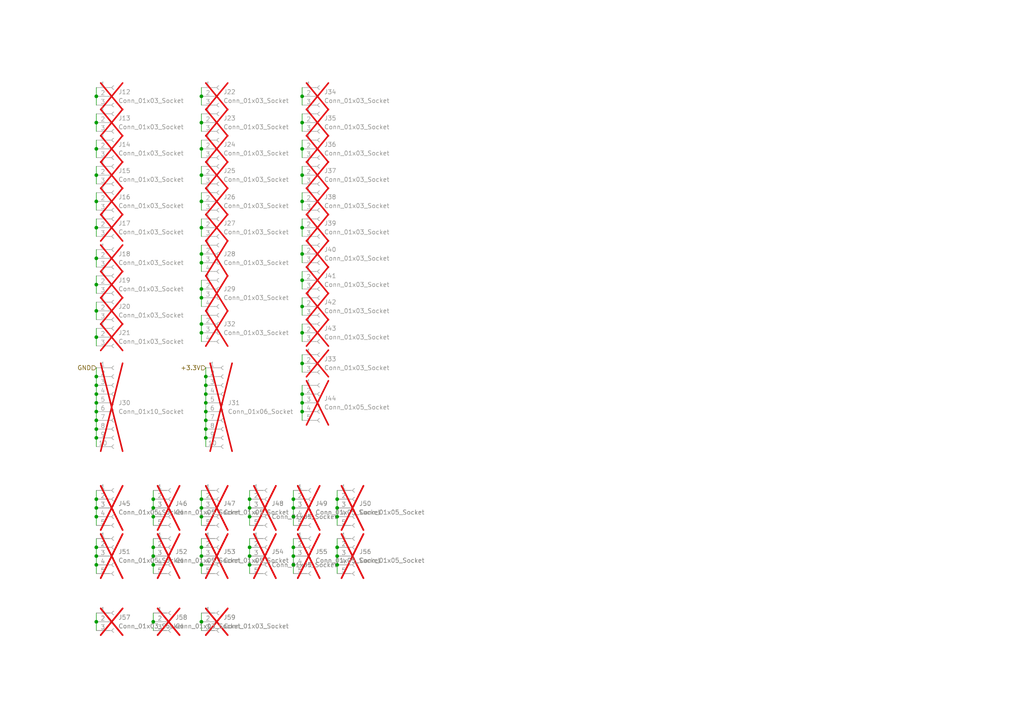
<source format=kicad_sch>
(kicad_sch (version 20231120) (generator "eeschema") (generator_version "8.0")
  (paper "A4")
  (lib_symbols
    (symbol "Connector:Conn_01x03_Socket" (pin_names (offset 1.016) hide)
      (property "Reference" "J" (at 0 5.08 0))
      (property "Value" "Conn_01x03_Socket" (at 0 -5.08 0))
      (symbol "Conn_01x03_Socket_1_1"
        (arc (start 0 -2.032) (mid -0.5058 -2.54) (end 0 -3.048) (stroke (width 0.1524)))
        (polyline (pts (xy -1.27 -2.54) (xy -0.508 -2.54)) (stroke (width 0.1524)))
        (polyline (pts (xy -1.27 0) (xy -0.508 0)) (stroke (width 0.1524)))
        (polyline (pts (xy -1.27 2.54) (xy -0.508 2.54)) (stroke (width 0.1524)))
        (arc (start 0 0.508) (mid -0.5058 0) (end 0 -0.508) (stroke (width 0.1524)))
        (arc (start 0 3.048) (mid -0.5058 2.54) (end 0 2.032) (stroke (width 0.1524)))
        (pin passive line (at -5.08 2.54 0) (length 3.81) (name "Pin_1") (number "1"))
        (pin passive line (at -5.08 0 0) (length 3.81) (name "Pin_2") (number "2"))
        (pin passive line (at -5.08 -2.54 0) (length 3.81) (name "Pin_3") (number "3"))
      )
    )
    (symbol "Connector:Conn_01x04_Socket" (pin_names (offset 1.016) hide)
      (property "Reference" "J" (at 0 5.08 0))
      (property "Value" "Conn_01x04_Socket" (at 0 -7.62 0))
      (symbol "Conn_01x04_Socket_1_1"
        (arc (start 0 -4.572) (mid -0.5058 -5.08) (end 0 -5.588) (stroke (width 0.1524)))
        (arc (start 0 -2.032) (mid -0.5058 -2.54) (end 0 -3.048) (stroke (width 0.1524)))
        (polyline (pts (xy -1.27 -5.08) (xy -0.508 -5.08)) (stroke (width 0.1524)))
        (polyline (pts (xy -1.27 -2.54) (xy -0.508 -2.54)) (stroke (width 0.1524)))
        (polyline (pts (xy -1.27 0) (xy -0.508 0)) (stroke (width 0.1524)))
        (polyline (pts (xy -1.27 2.54) (xy -0.508 2.54)) (stroke (width 0.1524)))
        (arc (start 0 0.508) (mid -0.5058 0) (end 0 -0.508) (stroke (width 0.1524)))
        (arc (start 0 3.048) (mid -0.5058 2.54) (end 0 2.032) (stroke (width 0.1524)))
        (pin passive line (at -5.08 2.54 0) (length 3.81) (name "Pin_1") (number "1"))
        (pin passive line (at -5.08 0 0) (length 3.81) (name "Pin_2") (number "2"))
        (pin passive line (at -5.08 -2.54 0) (length 3.81) (name "Pin_3") (number "3"))
        (pin passive line (at -5.08 -5.08 0) (length 3.81) (name "Pin_4") (number "4"))
      )
    )
    (symbol "Connector:Conn_01x05_Socket" (pin_names (offset 1.016) hide)
      (property "Reference" "J" (at 0 7.62 0))
      (property "Value" "Conn_01x05_Socket" (at 0 -7.62 0))
      (symbol "Conn_01x05_Socket_1_1"
        (arc (start 0 -4.572) (mid -0.5058 -5.08) (end 0 -5.588) (stroke (width 0.1524)))
        (arc (start 0 -2.032) (mid -0.5058 -2.54) (end 0 -3.048) (stroke (width 0.1524)))
        (polyline (pts (xy -1.27 -5.08) (xy -0.508 -5.08)) (stroke (width 0.1524)))
        (polyline (pts (xy -1.27 -2.54) (xy -0.508 -2.54)) (stroke (width 0.1524)))
        (polyline (pts (xy -1.27 0) (xy -0.508 0)) (stroke (width 0.1524)))
        (polyline (pts (xy -1.27 2.54) (xy -0.508 2.54)) (stroke (width 0.1524)))
        (polyline (pts (xy -1.27 5.08) (xy -0.508 5.08)) (stroke (width 0.1524)))
        (arc (start 0 0.508) (mid -0.5058 0) (end 0 -0.508) (stroke (width 0.1524)))
        (arc (start 0 3.048) (mid -0.5058 2.54) (end 0 2.032) (stroke (width 0.1524)))
        (arc (start 0 5.588) (mid -0.5058 5.08) (end 0 4.572) (stroke (width 0.1524)))
        (pin passive line (at -5.08 5.08 0) (length 3.81) (name "Pin_1") (number "1"))
        (pin passive line (at -5.08 2.54 0) (length 3.81) (name "Pin_2") (number "2"))
        (pin passive line (at -5.08 0 0) (length 3.81) (name "Pin_3") (number "3"))
        (pin passive line (at -5.08 -2.54 0) (length 3.81) (name "Pin_4") (number "4"))
        (pin passive line (at -5.08 -5.08 0) (length 3.81) (name "Pin_5") (number "5"))
      )
    )
    (symbol "Connector:Conn_01x10_Socket" (pin_names (offset 1.016) hide)
      (property "Reference" "J" (at 0 12.7 0))
      (property "Value" "Conn_01x10_Socket" (at 0 -15.24 0))
      (symbol "Conn_01x10_Socket_1_1"
        (arc (start 0 -12.192) (mid -0.5058 -12.7) (end 0 -13.208) (stroke (width 0.1524)))
        (arc (start 0 -9.652) (mid -0.5058 -10.16) (end 0 -10.668) (stroke (width 0.1524)))
        (arc (start 0 -7.112) (mid -0.5058 -7.62) (end 0 -8.128) (stroke (width 0.1524)))
        (arc (start 0 -4.572) (mid -0.5058 -5.08) (end 0 -5.588) (stroke (width 0.1524)))
        (arc (start 0 -2.032) (mid -0.5058 -2.54) (end 0 -3.048) (stroke (width 0.1524)))
        (polyline (pts (xy -1.27 -12.7) (xy -0.508 -12.7)) (stroke (width 0.1524)))
        (polyline (pts (xy -1.27 -10.16) (xy -0.508 -10.16)) (stroke (width 0.1524)))
        (polyline (pts (xy -1.27 -7.62) (xy -0.508 -7.62)) (stroke (width 0.1524)))
        (polyline (pts (xy -1.27 -5.08) (xy -0.508 -5.08)) (stroke (width 0.1524)))
        (polyline (pts (xy -1.27 -2.54) (xy -0.508 -2.54)) (stroke (width 0.1524)))
        (polyline (pts (xy -1.27 0) (xy -0.508 0)) (stroke (width 0.1524)))
        (polyline (pts (xy -1.27 2.54) (xy -0.508 2.54)) (stroke (width 0.1524)))
        (polyline (pts (xy -1.27 5.08) (xy -0.508 5.08)) (stroke (width 0.1524)))
        (polyline (pts (xy -1.27 7.62) (xy -0.508 7.62)) (stroke (width 0.1524)))
        (polyline (pts (xy -1.27 10.16) (xy -0.508 10.16)) (stroke (width 0.1524)))
        (arc (start 0 0.508) (mid -0.5058 0) (end 0 -0.508) (stroke (width 0.1524)))
        (arc (start 0 3.048) (mid -0.5058 2.54) (end 0 2.032) (stroke (width 0.1524)))
        (arc (start 0 5.588) (mid -0.5058 5.08) (end 0 4.572) (stroke (width 0.1524)))
        (arc (start 0 8.128) (mid -0.5058 7.62) (end 0 7.112) (stroke (width 0.1524)))
        (arc (start 0 10.668) (mid -0.5058 10.16) (end 0 9.652) (stroke (width 0.1524)))
        (pin passive line (at -5.08 10.16 0) (length 3.81) (name "Pin_1") (number "1"))
        (pin passive line (at -5.08 -12.7 0) (length 3.81) (name "Pin_10") (number "10"))
        (pin passive line (at -5.08 7.62 0) (length 3.81) (name "Pin_2") (number "2"))
        (pin passive line (at -5.08 5.08 0) (length 3.81) (name "Pin_3") (number "3"))
        (pin passive line (at -5.08 2.54 0) (length 3.81) (name "Pin_4") (number "4"))
        (pin passive line (at -5.08 0 0) (length 3.81) (name "Pin_5") (number "5"))
        (pin passive line (at -5.08 -2.54 0) (length 3.81) (name "Pin_6") (number "6"))
        (pin passive line (at -5.08 -5.08 0) (length 3.81) (name "Pin_7") (number "7"))
        (pin passive line (at -5.08 -7.62 0) (length 3.81) (name "Pin_8") (number "8"))
        (pin passive line (at -5.08 -10.16 0) (length 3.81) (name "Pin_9") (number "9"))
      )
    )
  )
  (junction (at 44.45 163.83))
  (junction (at 27.94 27.94))
  (junction (at 58.42 158.75))
  (junction (at 27.94 161.29))
  (junction (at 59.69 114.3))
  (junction (at 27.94 66.04))
  (junction (at 58.42 147.32))
  (junction (at 72.39 144.78))
  (junction (at 87.63 88.9))
  (junction (at 44.45 149.86))
  (junction (at 27.94 144.78))
  (junction (at 72.39 158.75))
  (junction (at 27.94 124.46))
  (junction (at 87.63 114.3))
  (junction (at 87.63 58.42))
  (junction (at 27.94 43.18))
  (junction (at 97.79 158.75))
  (junction (at 85.09 144.78))
  (junction (at 27.94 147.32))
  (junction (at 59.69 121.92))
  (junction (at 27.94 111.76))
  (junction (at 97.79 161.29))
  (junction (at 27.94 180.34))
  (junction (at 85.09 163.83))
  (junction (at 44.45 158.75))
  (junction (at 59.69 127))
  (junction (at 87.63 119.38))
  (junction (at 27.94 35.56))
  (junction (at 27.94 82.55))
  (junction (at 58.42 43.18))
  (junction (at 27.94 90.17))
  (junction (at 58.42 163.83))
  (junction (at 44.45 144.78))
  (junction (at 58.42 93.98))
  (junction (at 85.09 147.32))
  (junction (at 27.94 127))
  (junction (at 97.79 144.78))
  (junction (at 58.42 161.29))
  (junction (at 58.42 50.8))
  (junction (at 97.79 163.83))
  (junction (at 27.94 163.83))
  (junction (at 27.94 119.38))
  (junction (at 72.39 163.83))
  (junction (at 87.63 66.04))
  (junction (at 87.63 27.94))
  (junction (at 85.09 158.75))
  (junction (at 87.63 116.84))
  (junction (at 58.42 27.94))
  (junction (at 72.39 149.86))
  (junction (at 72.39 147.32))
  (junction (at 58.42 73.66))
  (junction (at 27.94 50.8))
  (junction (at 27.94 121.92))
  (junction (at 85.09 161.29))
  (junction (at 58.42 58.42))
  (junction (at 59.69 116.84))
  (junction (at 72.39 161.29))
  (junction (at 58.42 83.82))
  (junction (at 59.69 124.46))
  (junction (at 58.42 180.34))
  (junction (at 59.69 119.38))
  (junction (at 97.79 147.32))
  (junction (at 44.45 161.29))
  (junction (at 85.09 149.86))
  (junction (at 58.42 96.52))
  (junction (at 58.42 149.86))
  (junction (at 27.94 116.84))
  (junction (at 87.63 96.52))
  (junction (at 27.94 114.3))
  (junction (at 27.94 149.86))
  (junction (at 58.42 86.36))
  (junction (at 58.42 76.2))
  (junction (at 27.94 97.79))
  (junction (at 87.63 105.41))
  (junction (at 27.94 158.75))
  (junction (at 87.63 50.8))
  (junction (at 97.79 149.86))
  (junction (at 58.42 66.04))
  (junction (at 59.69 109.22))
  (junction (at 27.94 58.42))
  (junction (at 59.69 111.76))
  (junction (at 87.63 35.56))
  (junction (at 27.94 74.93))
  (junction (at 87.63 43.18))
  (junction (at 87.63 81.28))
  (junction (at 58.42 35.56))
  (junction (at 44.45 180.34))
  (junction (at 58.42 144.78))
  (junction (at 27.94 109.22))
  (junction (at 44.45 147.32))
  (junction (at 87.63 73.66))
  (wire (pts (xy 58.42 177.8) (xy 58.42 180.34)))
  (wire (pts (xy 27.94 121.92) (xy 27.94 119.38)))
  (wire (pts (xy 58.42 180.34) (xy 58.42 182.88)))
  (wire (pts (xy 27.94 163.83) (xy 27.94 166.37)))
  (wire (pts (xy 27.94 156.21) (xy 27.94 158.75)))
  (wire (pts (xy 44.45 149.86) (xy 44.45 152.4)))
  (wire (pts (xy 58.42 35.56) (xy 58.42 38.1)))
  (wire (pts (xy 58.42 78.74) (xy 58.42 76.2)))
  (wire (pts (xy 27.94 35.56) (xy 27.94 38.1)))
  (wire (pts (xy 27.94 25.4) (xy 27.94 27.94)))
  (wire (pts (xy 58.42 163.83) (xy 58.42 166.37)))
  (wire (pts (xy 27.94 144.78) (xy 27.94 147.32)))
  (wire (pts (xy 87.63 66.04) (xy 87.63 68.58)))
  (wire (pts (xy 87.63 78.74) (xy 87.63 81.28)))
  (wire (pts (xy 44.45 142.24) (xy 44.45 144.78)))
  (wire (pts (xy 27.94 55.88) (xy 27.94 58.42)))
  (wire (pts (xy 87.63 119.38) (xy 87.63 116.84)))
  (wire (pts (xy 87.63 96.52) (xy 87.63 99.06)))
  (wire (pts (xy 59.69 111.76) (xy 59.69 114.3)))
  (wire (pts (xy 85.09 156.21) (xy 85.09 158.75)))
  (wire (pts (xy 97.79 142.24) (xy 97.79 144.78)))
  (wire (pts (xy 27.94 74.93) (xy 27.94 77.47)))
  (wire (pts (xy 72.39 144.78) (xy 72.39 147.32)))
  (wire (pts (xy 27.94 58.42) (xy 27.94 60.96)))
  (wire (pts (xy 87.63 88.9) (xy 87.63 91.44)))
  (wire (pts (xy 27.94 80.01) (xy 27.94 82.55)))
  (wire (pts (xy 27.94 111.76) (xy 27.94 114.3)))
  (wire (pts (xy 27.94 50.8) (xy 27.94 53.34)))
  (wire (pts (xy 27.94 158.75) (xy 27.94 161.29)))
  (wire (pts (xy 87.63 33.02) (xy 87.63 35.56)))
  (wire (pts (xy 87.63 25.4) (xy 87.63 27.94)))
  (wire (pts (xy 27.94 87.63) (xy 27.94 90.17)))
  (wire (pts (xy 44.45 163.83) (xy 44.45 166.37)))
  (wire (pts (xy 58.42 58.42) (xy 58.42 60.96)))
  (wire (pts (xy 58.42 96.52) (xy 58.42 99.06)))
  (wire (pts (xy 58.42 76.2) (xy 58.42 73.66)))
  (wire (pts (xy 87.63 43.18) (xy 87.63 45.72)))
  (wire (pts (xy 87.63 48.26) (xy 87.63 50.8)))
  (wire (pts (xy 27.94 147.32) (xy 27.94 149.86)))
  (wire (pts (xy 27.94 27.94) (xy 27.94 30.48)))
  (wire (pts (xy 58.42 50.8) (xy 58.42 53.34)))
  (wire (pts (xy 27.94 43.18) (xy 27.94 45.72)))
  (wire (pts (xy 72.39 158.75) (xy 72.39 161.29)))
  (wire (pts (xy 72.39 163.83) (xy 72.39 166.37)))
  (wire (pts (xy 85.09 163.83) (xy 85.09 166.37)))
  (wire (pts (xy 87.63 111.76) (xy 87.63 114.3)))
  (wire (pts (xy 58.42 27.94) (xy 58.42 30.48)))
  (wire (pts (xy 58.42 86.36) (xy 58.42 83.82)))
  (wire (pts (xy 59.69 121.92) (xy 59.69 119.38)))
  (wire (pts (xy 87.63 102.87) (xy 87.63 105.41)))
  (wire (pts (xy 87.63 58.42) (xy 87.63 60.96)))
  (wire (pts (xy 27.94 48.26) (xy 27.94 50.8)))
  (wire (pts (xy 85.09 161.29) (xy 85.09 163.83)))
  (wire (pts (xy 27.94 40.64) (xy 27.94 43.18)))
  (wire (pts (xy 27.94 124.46) (xy 27.94 121.92)))
  (wire (pts (xy 58.42 156.21) (xy 58.42 158.75)))
  (wire (pts (xy 59.69 114.3) (xy 59.69 116.84)))
  (wire (pts (xy 59.69 124.46) (xy 59.69 121.92)))
  (wire (pts (xy 85.09 147.32) (xy 85.09 149.86)))
  (wire (pts (xy 87.63 116.84) (xy 87.63 114.3)))
  (wire (pts (xy 97.79 156.21) (xy 97.79 158.75)))
  (wire (pts (xy 72.39 142.24) (xy 72.39 144.78)))
  (wire (pts (xy 58.42 43.18) (xy 58.42 45.72)))
  (wire (pts (xy 27.94 114.3) (xy 27.94 116.84)))
  (wire (pts (xy 59.69 127) (xy 59.69 124.46)))
  (wire (pts (xy 87.63 63.5) (xy 87.63 66.04)))
  (wire (pts (xy 58.42 161.29) (xy 58.42 163.83)))
  (wire (pts (xy 58.42 88.9) (xy 58.42 86.36)))
  (wire (pts (xy 58.42 40.64) (xy 58.42 43.18)))
  (wire (pts (xy 58.42 81.28) (xy 58.42 83.82)))
  (wire (pts (xy 58.42 158.75) (xy 58.42 161.29)))
  (wire (pts (xy 85.09 144.78) (xy 85.09 147.32)))
  (wire (pts (xy 97.79 158.75) (xy 97.79 161.29)))
  (wire (pts (xy 87.63 81.28) (xy 87.63 83.82)))
  (wire (pts (xy 72.39 149.86) (xy 72.39 152.4)))
  (wire (pts (xy 44.45 144.78) (xy 44.45 147.32)))
  (wire (pts (xy 27.94 177.8) (xy 27.94 180.34)))
  (wire (pts (xy 44.45 147.32) (xy 44.45 149.86)))
  (wire (pts (xy 27.94 119.38) (xy 27.94 116.84)))
  (wire (pts (xy 58.42 25.4) (xy 58.42 27.94)))
  (wire (pts (xy 27.94 161.29) (xy 27.94 163.83)))
  (wire (pts (xy 44.45 161.29) (xy 44.45 163.83)))
  (wire (pts (xy 87.63 86.36) (xy 87.63 88.9)))
  (wire (pts (xy 97.79 149.86) (xy 97.79 152.4)))
  (wire (pts (xy 44.45 158.75) (xy 44.45 161.29)))
  (wire (pts (xy 87.63 71.12) (xy 87.63 73.66)))
  (wire (pts (xy 87.63 73.66) (xy 87.63 76.2)))
  (wire (pts (xy 58.42 147.32) (xy 58.42 149.86)))
  (wire (pts (xy 58.42 142.24) (xy 58.42 144.78)))
  (wire (pts (xy 27.94 109.22) (xy 27.94 111.76)))
  (wire (pts (xy 87.63 93.98) (xy 87.63 96.52)))
  (wire (pts (xy 59.69 127) (xy 59.69 129.54)))
  (wire (pts (xy 58.42 91.44) (xy 58.42 93.98)))
  (wire (pts (xy 59.69 106.68) (xy 59.69 109.22)))
  (wire (pts (xy 27.94 33.02) (xy 27.94 35.56)))
  (wire (pts (xy 44.45 177.8) (xy 44.45 180.34)))
  (wire (pts (xy 87.63 50.8) (xy 87.63 53.34)))
  (wire (pts (xy 27.94 95.25) (xy 27.94 97.79)))
  (wire (pts (xy 72.39 161.29) (xy 72.39 163.83)))
  (wire (pts (xy 87.63 119.38) (xy 87.63 121.92)))
  (wire (pts (xy 72.39 147.32) (xy 72.39 149.86)))
  (wire (pts (xy 27.94 106.68) (xy 27.94 109.22)))
  (wire (pts (xy 97.79 161.29) (xy 97.79 163.83)))
  (wire (pts (xy 85.09 142.24) (xy 85.09 144.78)))
  (wire (pts (xy 44.45 180.34) (xy 44.45 182.88)))
  (wire (pts (xy 97.79 144.78) (xy 97.79 147.32)))
  (wire (pts (xy 97.79 163.83) (xy 97.79 166.37)))
  (wire (pts (xy 27.94 129.54) (xy 27.94 127)))
  (wire (pts (xy 58.42 55.88) (xy 58.42 58.42)))
  (wire (pts (xy 59.69 109.22) (xy 59.69 111.76)))
  (wire (pts (xy 44.45 156.21) (xy 44.45 158.75)))
  (wire (pts (xy 87.63 105.41) (xy 87.63 107.95)))
  (wire (pts (xy 27.94 142.24) (xy 27.94 144.78)))
  (wire (pts (xy 87.63 27.94) (xy 87.63 30.48)))
  (wire (pts (xy 58.42 71.12) (xy 58.42 73.66)))
  (wire (pts (xy 85.09 158.75) (xy 85.09 161.29)))
  (wire (pts (xy 87.63 35.56) (xy 87.63 38.1)))
  (wire (pts (xy 58.42 66.04) (xy 58.42 68.58)))
  (wire (pts (xy 27.94 66.04) (xy 27.94 68.58)))
  (wire (pts (xy 27.94 72.39) (xy 27.94 74.93)))
  (wire (pts (xy 27.94 63.5) (xy 27.94 66.04)))
  (wire (pts (xy 87.63 40.64) (xy 87.63 43.18)))
  (wire (pts (xy 97.79 147.32) (xy 97.79 149.86)))
  (wire (pts (xy 87.63 55.88) (xy 87.63 58.42)))
  (wire (pts (xy 27.94 149.86) (xy 27.94 152.4)))
  (wire (pts (xy 58.42 33.02) (xy 58.42 35.56)))
  (wire (pts (xy 58.42 96.52) (xy 58.42 93.98)))
  (wire (pts (xy 58.42 149.86) (xy 58.42 152.4)))
  (wire (pts (xy 27.94 90.17) (xy 27.94 92.71)))
  (wire (pts (xy 27.94 82.55) (xy 27.94 85.09)))
  (wire (pts (xy 72.39 156.21) (xy 72.39 158.75)))
  (wire (pts (xy 27.94 97.79) (xy 27.94 100.33)))
  (wire (pts (xy 58.42 48.26) (xy 58.42 50.8)))
  (wire (pts (xy 85.09 149.86) (xy 85.09 152.4)))
  (wire (pts (xy 27.94 127) (xy 27.94 124.46)))
  (wire (pts (xy 58.42 63.5) (xy 58.42 66.04)))
  (wire (pts (xy 58.42 144.78) (xy 58.42 147.32)))
  (wire (pts (xy 27.94 180.34) (xy 27.94 182.88)))
  (wire (pts (xy 59.69 119.38) (xy 59.69 116.84)))
  (hierarchical_label "+3.3V" (shape input) (at 59.69 106.68 180))
  (hierarchical_label "GND" (shape input) (at 27.94 106.68 180))
  (symbol (lib_id "Connector:Conn_01x03_Socket") (at 33.02 180.34 0) (unit 1) (dnp yes)
    (property "Reference" "J57" (at 34.29 179.0699 0) (effects (justify left)))
    (property "Value" "Conn_01x03_Socket" (at 34.29 181.6099 0) (effects (justify left)))
    (property "Footprint" "Connector_PinSocket_2.54mm:PinSocket_1x03_P2.54mm_Vertical" (effects (hide yes)))
    (property "Description" "Generic connector, single row, 01x03, script generated" (effects (hide yes)))
  )
  (symbol (lib_id "Connector:Conn_01x03_Socket") (at 33.02 82.55 0) (unit 1) (dnp yes)
    (property "Reference" "J19" (at 34.29 81.2799 0) (effects (justify left)))
    (property "Value" "Conn_01x03_Socket" (at 34.29 83.8199 0) (effects (justify left)))
    (property "Footprint" "Connector_PinSocket_2.54mm:PinSocket_1x03_P2.54mm_Vertical" (effects (hide yes)))
    (property "Description" "Generic connector, single row, 01x03, script generated" (effects (hide yes)))
  )
  (symbol (lib_id "Connector:Conn_01x03_Socket") (at 33.02 66.04 0) (unit 1) (dnp yes)
    (property "Reference" "J17" (at 34.29 64.7699 0) (effects (justify left)))
    (property "Value" "Conn_01x03_Socket" (at 34.29 67.3099 0) (effects (justify left)))
    (property "Footprint" "Connector_PinSocket_2.54mm:PinSocket_1x03_P2.54mm_Vertical" (effects (hide yes)))
    (property "Description" "Generic connector, single row, 01x03, script generated" (effects (hide yes)))
  )
  (symbol (lib_id "Connector:Conn_01x03_Socket") (at 63.5 35.56 0) (unit 1) (dnp yes)
    (property "Reference" "J23" (at 64.77 34.2899 0) (effects (justify left)))
    (property "Value" "Conn_01x03_Socket" (at 64.77 36.8299 0) (effects (justify left)))
    (property "Footprint" "Connector_PinSocket_2.54mm:PinSocket_1x03_P2.54mm_Vertical" (effects (hide yes)))
    (property "Description" "Generic connector, single row, 01x03, script generated" (effects (hide yes)))
  )
  (symbol (lib_id "Connector:Conn_01x05_Socket") (at 90.17 161.29 0) (unit 1) (dnp yes)
    (property "Reference" "J55" (at 91.44 160.0199 0) (effects (justify left)))
    (property "Value" "Conn_01x05_Socket" (at 91.44 162.5599 0) (effects (justify left)))
    (property "Footprint" "Connector_PinSocket_2.54mm:PinSocket_1x05_P2.54mm_Vertical" (effects (hide yes)))
    (property "Description" "Generic connector, single row, 01x05, script generated" (effects (hide yes)))
  )
  (symbol (lib_id "Connector:Conn_01x03_Socket") (at 33.02 35.56 0) (unit 1) (dnp yes)
    (property "Reference" "J13" (at 34.29 34.2899 0) (effects (justify left)))
    (property "Value" "Conn_01x03_Socket" (at 34.29 36.8299 0) (effects (justify left)))
    (property "Footprint" "Connector_PinSocket_2.54mm:PinSocket_1x03_P2.54mm_Vertical" (effects (hide yes)))
    (property "Description" "Generic connector, single row, 01x03, script generated" (effects (hide yes)))
  )
  (symbol (lib_id "Connector:Conn_01x03_Socket") (at 63.5 43.18 0) (unit 1) (dnp yes)
    (property "Reference" "J24" (at 64.77 41.9099 0) (effects (justify left)))
    (property "Value" "Conn_01x03_Socket" (at 64.77 44.4499 0) (effects (justify left)))
    (property "Footprint" "Connector_PinSocket_2.54mm:PinSocket_1x03_P2.54mm_Vertical" (effects (hide yes)))
    (property "Description" "Generic connector, single row, 01x03, script generated" (effects (hide yes)))
  )
  (symbol (lib_id "Connector:Conn_01x05_Socket") (at 90.17 147.32 0) (unit 1) (dnp yes)
    (property "Reference" "J49" (at 91.44 146.0499 0) (effects (justify left)))
    (property "Value" "Conn_01x05_Socket" (at 91.44 148.5899 0) (effects (justify left)))
    (property "Footprint" "Connector_PinSocket_2.54mm:PinSocket_1x05_P2.54mm_Vertical" (effects (hide yes)))
    (property "Description" "Generic connector, single row, 01x05, script generated" (effects (hide yes)))
  )
  (symbol (lib_id "Connector:Conn_01x03_Socket") (at 33.02 90.17 0) (unit 1) (dnp yes)
    (property "Reference" "J20" (at 34.29 88.8999 0) (effects (justify left)))
    (property "Value" "Conn_01x03_Socket" (at 34.29 91.4399 0) (effects (justify left)))
    (property "Footprint" "Connector_PinSocket_2.54mm:PinSocket_1x03_P2.54mm_Vertical" (effects (hide yes)))
    (property "Description" "Generic connector, single row, 01x03, script generated" (effects (hide yes)))
  )
  (symbol (lib_id "Connector:Conn_01x03_Socket") (at 92.71 66.04 0) (unit 1) (dnp yes)
    (property "Reference" "J39" (at 93.98 64.7699 0) (effects (justify left)))
    (property "Value" "Conn_01x03_Socket" (at 93.98 67.3099 0) (effects (justify left)))
    (property "Footprint" "Connector_PinSocket_2.54mm:PinSocket_1x03_P2.54mm_Vertical" (effects (hide yes)))
    (property "Description" "Generic connector, single row, 01x03, script generated" (effects (hide yes)))
  )
  (symbol (lib_id "Connector:Conn_01x03_Socket") (at 63.5 66.04 0) (unit 1) (dnp yes)
    (property "Reference" "J27" (at 64.77 64.7699 0) (effects (justify left)))
    (property "Value" "Conn_01x03_Socket" (at 64.77 67.3099 0) (effects (justify left)))
    (property "Footprint" "Connector_PinSocket_2.54mm:PinSocket_1x03_P2.54mm_Vertical" (effects (hide yes)))
    (property "Description" "Generic connector, single row, 01x03, script generated" (effects (hide yes)))
  )
  (symbol (lib_id "Connector:Conn_01x03_Socket") (at 92.71 105.41 0) (unit 1) (dnp yes)
    (property "Reference" "J33" (at 93.98 104.1399 0) (effects (justify left)))
    (property "Value" "Conn_01x03_Socket" (at 93.98 106.6799 0) (effects (justify left)))
    (property "Footprint" "Connector_PinSocket_2.54mm:PinSocket_1x03_P2.54mm_Vertical" (effects (hide yes)))
    (property "Description" "Generic connector, single row, 01x03, script generated" (effects (hide yes)))
  )
  (symbol (lib_id "Connector:Conn_01x10_Socket") (at 64.77 116.84 0) (unit 1) (dnp yes)
    (property "Reference" "J31" (at 66.04 116.8399 0) (effects (justify left)))
    (property "Value" "Conn_01x06_Socket" (at 66.04 119.3799 0) (effects (justify left)))
    (property "Footprint" "Connector_PinSocket_2.54mm:PinSocket_1x10_P2.54mm_Vertical" (effects (hide yes)))
    (property "Description" "Generic connector, single row, 01x10, script generated" (effects (hide yes)))
  )
  (symbol (lib_id "Connector:Conn_01x03_Socket") (at 92.71 96.52 0) (unit 1) (dnp yes)
    (property "Reference" "J43" (at 93.98 95.2499 0) (effects (justify left)))
    (property "Value" "Conn_01x03_Socket" (at 93.98 97.7899 0) (effects (justify left)))
    (property "Footprint" "Connector_PinSocket_2.54mm:PinSocket_1x03_P2.54mm_Vertical" (effects (hide yes)))
    (property "Description" "Generic connector, single row, 01x03, script generated" (effects (hide yes)))
  )
  (symbol (lib_id "Connector:Conn_01x03_Socket") (at 92.71 27.94 0) (unit 1) (dnp yes)
    (property "Reference" "J34" (at 93.98 26.6699 0) (effects (justify left)))
    (property "Value" "Conn_01x03_Socket" (at 93.98 29.2099 0) (effects (justify left)))
    (property "Footprint" "Connector_PinSocket_2.54mm:PinSocket_1x03_P2.54mm_Vertical" (effects (hide yes)))
    (property "Description" "Generic connector, single row, 01x03, script generated" (effects (hide yes)))
  )
  (symbol (lib_id "Connector:Conn_01x03_Socket") (at 63.5 58.42 0) (unit 1) (dnp yes)
    (property "Reference" "J26" (at 64.77 57.1499 0) (effects (justify left)))
    (property "Value" "Conn_01x03_Socket" (at 64.77 59.6899 0) (effects (justify left)))
    (property "Footprint" "Connector_PinSocket_2.54mm:PinSocket_1x03_P2.54mm_Vertical" (effects (hide yes)))
    (property "Description" "Generic connector, single row, 01x03, script generated" (effects (hide yes)))
  )
  (symbol (lib_id "Connector:Conn_01x03_Socket") (at 63.5 50.8 0) (unit 1) (dnp yes)
    (property "Reference" "J25" (at 64.77 49.5299 0) (effects (justify left)))
    (property "Value" "Conn_01x03_Socket" (at 64.77 52.0699 0) (effects (justify left)))
    (property "Footprint" "Connector_PinSocket_2.54mm:PinSocket_1x03_P2.54mm_Vertical" (effects (hide yes)))
    (property "Description" "Generic connector, single row, 01x03, script generated" (effects (hide yes)))
  )
  (symbol (lib_id "Connector:Conn_01x05_Socket") (at 63.5 147.32 0) (unit 1) (dnp yes)
    (property "Reference" "J47" (at 64.77 146.0499 0) (effects (justify left)))
    (property "Value" "Conn_01x05_Socket" (at 64.77 148.5899 0) (effects (justify left)))
    (property "Footprint" "Connector_PinSocket_2.54mm:PinSocket_1x05_P2.54mm_Vertical" (effects (hide yes)))
    (property "Description" "Generic connector, single row, 01x05, script generated" (effects (hide yes)))
  )
  (symbol (lib_id "Connector:Conn_01x04_Socket") (at 63.5 73.66 0) (unit 1) (dnp yes)
    (property "Reference" "J28" (at 64.77 73.6599 0) (effects (justify left)))
    (property "Value" "Conn_01x03_Socket" (at 64.77 76.1999 0) (effects (justify left)))
    (property "Footprint" "Connector_PinSocket_2.54mm:PinSocket_1x04_P2.54mm_Vertical" (effects (hide yes)))
    (property "Description" "Generic connector, single row, 01x04, script generated" (effects (hide yes)))
  )
  (symbol (lib_id "Connector:Conn_01x03_Socket") (at 92.71 43.18 0) (unit 1) (dnp yes)
    (property "Reference" "J36" (at 93.98 41.9099 0) (effects (justify left)))
    (property "Value" "Conn_01x03_Socket" (at 93.98 44.4499 0) (effects (justify left)))
    (property "Footprint" "Connector_PinSocket_2.54mm:PinSocket_1x03_P2.54mm_Vertical" (effects (hide yes)))
    (property "Description" "Generic connector, single row, 01x03, script generated" (effects (hide yes)))
  )
  (symbol (lib_id "Connector:Conn_01x05_Socket") (at 49.53 161.29 0) (unit 1) (dnp yes)
    (property "Reference" "J52" (at 50.8 160.0199 0) (effects (justify left)))
    (property "Value" "Conn_01x05_Socket" (at 50.8 162.5599 0) (effects (justify left)))
    (property "Footprint" "Connector_PinSocket_2.54mm:PinSocket_1x05_P2.54mm_Vertical" (effects (hide yes)))
    (property "Description" "Generic connector, single row, 01x05, script generated" (effects (hide yes)))
  )
  (symbol (lib_id "Connector:Conn_01x05_Socket") (at 102.87 161.29 0) (unit 1) (dnp yes)
    (property "Reference" "J56" (at 104.14 160.0199 0) (effects (justify left)))
    (property "Value" "Conn_01x05_Socket" (at 104.14 162.5599 0) (effects (justify left)))
    (property "Footprint" "Connector_PinSocket_2.54mm:PinSocket_1x05_P2.54mm_Vertical" (effects (hide yes)))
    (property "Description" "Generic connector, single row, 01x05, script generated" (effects (hide yes)))
  )
  (symbol (lib_id "Connector:Conn_01x05_Socket") (at 33.02 161.29 0) (unit 1) (dnp yes)
    (property "Reference" "J51" (at 34.29 160.0199 0) (effects (justify left)))
    (property "Value" "Conn_01x05_Socket" (at 34.29 162.5599 0) (effects (justify left)))
    (property "Footprint" "Connector_PinSocket_2.54mm:PinSocket_1x05_P2.54mm_Vertical" (effects (hide yes)))
    (property "Description" "Generic connector, single row, 01x05, script generated" (effects (hide yes)))
  )
  (symbol (lib_id "Connector:Conn_01x05_Socket") (at 102.87 147.32 0) (unit 1) (dnp yes)
    (property "Reference" "J50" (at 104.14 146.0499 0) (effects (justify left)))
    (property "Value" "Conn_01x05_Socket" (at 104.14 148.5899 0) (effects (justify left)))
    (property "Footprint" "Connector_PinSocket_2.54mm:PinSocket_1x05_P2.54mm_Vertical" (effects (hide yes)))
    (property "Description" "Generic connector, single row, 01x05, script generated" (effects (hide yes)))
  )
  (symbol (lib_id "Connector:Conn_01x03_Socket") (at 63.5 27.94 0) (unit 1) (dnp yes)
    (property "Reference" "J22" (at 64.77 26.6699 0) (effects (justify left)))
    (property "Value" "Conn_01x03_Socket" (at 64.77 29.2099 0) (effects (justify left)))
    (property "Footprint" "Connector_PinSocket_2.54mm:PinSocket_1x03_P2.54mm_Vertical" (effects (hide yes)))
    (property "Description" "Generic connector, single row, 01x03, script generated" (effects (hide yes)))
  )
  (symbol (lib_id "Connector:Conn_01x03_Socket") (at 49.53 180.34 0) (unit 1) (dnp yes)
    (property "Reference" "J58" (at 50.8 179.0699 0) (effects (justify left)))
    (property "Value" "Conn_01x03_Socket" (at 50.8 181.6099 0) (effects (justify left)))
    (property "Footprint" "Connector_PinSocket_2.54mm:PinSocket_1x03_P2.54mm_Vertical" (effects (hide yes)))
    (property "Description" "Generic connector, single row, 01x03, script generated" (effects (hide yes)))
  )
  (symbol (lib_id "Connector:Conn_01x03_Socket") (at 33.02 97.79 0) (unit 1) (dnp yes)
    (property "Reference" "J21" (at 34.29 96.5199 0) (effects (justify left)))
    (property "Value" "Conn_01x03_Socket" (at 34.29 99.0599 0) (effects (justify left)))
    (property "Footprint" "Connector_PinSocket_2.54mm:PinSocket_1x03_P2.54mm_Vertical" (effects (hide yes)))
    (property "Description" "Generic connector, single row, 01x03, script generated" (effects (hide yes)))
  )
  (symbol (lib_id "Connector:Conn_01x03_Socket") (at 33.02 43.18 0) (unit 1) (dnp yes)
    (property "Reference" "J14" (at 34.29 41.9099 0) (effects (justify left)))
    (property "Value" "Conn_01x03_Socket" (at 34.29 44.4499 0) (effects (justify left)))
    (property "Footprint" "Connector_PinSocket_2.54mm:PinSocket_1x03_P2.54mm_Vertical" (effects (hide yes)))
    (property "Description" "Generic connector, single row, 01x03, script generated" (effects (hide yes)))
  )
  (symbol (lib_id "Connector:Conn_01x03_Socket") (at 33.02 58.42 0) (unit 1) (dnp yes)
    (property "Reference" "J16" (at 34.29 57.1499 0) (effects (justify left)))
    (property "Value" "Conn_01x03_Socket" (at 34.29 59.6899 0) (effects (justify left)))
    (property "Footprint" "Connector_PinSocket_2.54mm:PinSocket_1x03_P2.54mm_Vertical" (effects (hide yes)))
    (property "Description" "Generic connector, single row, 01x03, script generated" (effects (hide yes)))
  )
  (symbol (lib_id "Connector:Conn_01x05_Socket") (at 92.71 116.84 0) (unit 1) (dnp yes)
    (property "Reference" "J44" (at 93.98 115.5699 0) (effects (justify left)))
    (property "Value" "Conn_01x05_Socket" (at 93.98 118.1099 0) (effects (justify left)))
    (property "Footprint" "Connector_PinSocket_2.54mm:PinSocket_1x05_P2.54mm_Vertical" (effects (hide yes)))
    (property "Description" "Generic connector, single row, 01x05, script generated" (effects (hide yes)))
  )
  (symbol (lib_id "Connector:Conn_01x03_Socket") (at 92.71 81.28 0) (unit 1) (dnp yes)
    (property "Reference" "J41" (at 93.98 80.0099 0) (effects (justify left)))
    (property "Value" "Conn_01x03_Socket" (at 93.98 82.5499 0) (effects (justify left)))
    (property "Footprint" "Connector_PinSocket_2.54mm:PinSocket_1x03_P2.54mm_Vertical" (effects (hide yes)))
    (property "Description" "Generic connector, single row, 01x03, script generated" (effects (hide yes)))
  )
  (symbol (lib_id "Connector:Conn_01x03_Socket") (at 33.02 50.8 0) (unit 1) (dnp yes)
    (property "Reference" "J15" (at 34.29 49.5299 0) (effects (justify left)))
    (property "Value" "Conn_01x03_Socket" (at 34.29 52.0699 0) (effects (justify left)))
    (property "Footprint" "Connector_PinSocket_2.54mm:PinSocket_1x03_P2.54mm_Vertical" (effects (hide yes)))
    (property "Description" "Generic connector, single row, 01x03, script generated" (effects (hide yes)))
  )
  (symbol (lib_id "Connector:Conn_01x03_Socket") (at 92.71 58.42 0) (unit 1) (dnp yes)
    (property "Reference" "J38" (at 93.98 57.1499 0) (effects (justify left)))
    (property "Value" "Conn_01x03_Socket" (at 93.98 59.6899 0) (effects (justify left)))
    (property "Footprint" "Connector_PinSocket_2.54mm:PinSocket_1x03_P2.54mm_Vertical" (effects (hide yes)))
    (property "Description" "Generic connector, single row, 01x03, script generated" (effects (hide yes)))
  )
  (symbol (lib_id "Connector:Conn_01x05_Socket") (at 77.47 161.29 0) (unit 1) (dnp yes)
    (property "Reference" "J54" (at 78.74 160.0199 0) (effects (justify left)))
    (property "Value" "Conn_01x05_Socket" (at 78.74 163.8299 0) (effects (justify left)))
    (property "Footprint" "Connector_PinSocket_2.54mm:PinSocket_1x05_P2.54mm_Vertical" (effects (hide yes)))
    (property "Description" "Generic connector, single row, 01x05, script generated" (effects (hide yes)))
  )
  (symbol (lib_id "Connector:Conn_01x03_Socket") (at 33.02 27.94 0) (unit 1) (dnp yes)
    (property "Reference" "J12" (at 34.29 26.6699 0) (effects (justify left)))
    (property "Value" "Conn_01x03_Socket" (at 34.29 29.2099 0) (effects (justify left)))
    (property "Footprint" "Connector_PinSocket_2.54mm:PinSocket_1x03_P2.54mm_Vertical" (effects (hide yes)))
    (property "Description" "Generic connector, single row, 01x03, script generated" (effects (hide yes)))
  )
  (symbol (lib_id "Connector:Conn_01x04_Socket") (at 63.5 83.82 0) (unit 1) (dnp yes)
    (property "Reference" "J29" (at 64.77 83.8199 0) (effects (justify left)))
    (property "Value" "Conn_01x03_Socket" (at 64.77 86.3599 0) (effects (justify left)))
    (property "Footprint" "Connector_PinSocket_2.54mm:PinSocket_1x04_P2.54mm_Vertical" (effects (hide yes)))
    (property "Description" "Generic connector, single row, 01x04, script generated" (effects (hide yes)))
  )
  (symbol (lib_id "Connector:Conn_01x05_Socket") (at 77.47 147.32 0) (unit 1) (dnp yes)
    (property "Reference" "J48" (at 78.74 146.0499 0) (effects (justify left)))
    (property "Value" "Conn_01x05_Socket" (at 78.74 149.8599 0) (effects (justify left)))
    (property "Footprint" "Connector_PinSocket_2.54mm:PinSocket_1x05_P2.54mm_Vertical" (effects (hide yes)))
    (property "Description" "Generic connector, single row, 01x05, script generated" (effects (hide yes)))
  )
  (symbol (lib_id "Connector:Conn_01x03_Socket") (at 92.71 88.9 0) (unit 1) (dnp yes)
    (property "Reference" "J42" (at 93.98 87.6299 0) (effects (justify left)))
    (property "Value" "Conn_01x03_Socket" (at 93.98 90.1699 0) (effects (justify left)))
    (property "Footprint" "Connector_PinSocket_2.54mm:PinSocket_1x03_P2.54mm_Vertical" (effects (hide yes)))
    (property "Description" "Generic connector, single row, 01x03, script generated" (effects (hide yes)))
  )
  (symbol (lib_id "Connector:Conn_01x05_Socket") (at 33.02 147.32 0) (unit 1) (dnp yes)
    (property "Reference" "J45" (at 34.29 146.0499 0) (effects (justify left)))
    (property "Value" "Conn_01x05_Socket" (at 34.29 148.5899 0) (effects (justify left)))
    (property "Footprint" "Connector_PinSocket_2.54mm:PinSocket_1x05_P2.54mm_Vertical" (effects (hide yes)))
    (property "Description" "Generic connector, single row, 01x05, script generated" (effects (hide yes)))
  )
  (symbol (lib_id "Connector:Conn_01x03_Socket") (at 63.5 180.34 0) (unit 1) (dnp yes)
    (property "Reference" "J59" (at 64.77 179.0699 0) (effects (justify left)))
    (property "Value" "Conn_01x03_Socket" (at 64.77 181.6099 0) (effects (justify left)))
    (property "Footprint" "Connector_PinSocket_2.54mm:PinSocket_1x03_P2.54mm_Vertical" (effects (hide yes)))
    (property "Description" "Generic connector, single row, 01x03, script generated" (effects (hide yes)))
  )
  (symbol (lib_id "Connector:Conn_01x05_Socket") (at 49.53 147.32 0) (unit 1) (dnp yes)
    (property "Reference" "J46" (at 50.8 146.0499 0) (effects (justify left)))
    (property "Value" "Conn_01x05_Socket" (at 50.8 148.5899 0) (effects (justify left)))
    (property "Footprint" "Connector_PinSocket_2.54mm:PinSocket_1x05_P2.54mm_Vertical" (effects (hide yes)))
    (property "Description" "Generic connector, single row, 01x05, script generated" (effects (hide yes)))
  )
  (symbol (lib_id "Connector:Conn_01x10_Socket") (at 33.02 116.84 0) (unit 1) (dnp yes)
    (property "Reference" "J30" (at 34.29 116.8399 0) (effects (justify left)))
    (property "Value" "Conn_01x10_Socket" (at 34.29 119.3799 0) (effects (justify left)))
    (property "Footprint" "Connector_PinSocket_2.54mm:PinSocket_1x10_P2.54mm_Vertical" (effects (hide yes)))
    (property "Description" "Generic connector, single row, 01x10, script generated" (effects (hide yes)))
  )
  (symbol (lib_id "Connector:Conn_01x04_Socket") (at 63.5 93.98 0) (unit 1) (dnp yes)
    (property "Reference" "J32" (at 64.77 93.9799 0) (effects (justify left)))
    (property "Value" "Conn_01x03_Socket" (at 64.77 96.5199 0) (effects (justify left)))
    (property "Footprint" "Connector_PinSocket_2.54mm:PinSocket_1x04_P2.54mm_Vertical" (effects (hide yes)))
    (property "Description" "Generic connector, single row, 01x04, script generated" (effects (hide yes)))
  )
  (symbol (lib_id "Connector:Conn_01x03_Socket") (at 92.71 35.56 0) (unit 1) (dnp yes)
    (property "Reference" "J35" (at 93.98 34.2899 0) (effects (justify left)))
    (property "Value" "Conn_01x03_Socket" (at 93.98 36.8299 0) (effects (justify left)))
    (property "Footprint" "Connector_PinSocket_2.54mm:PinSocket_1x03_P2.54mm_Vertical" (effects (hide yes)))
    (property "Description" "Generic connector, single row, 01x03, script generated" (effects (hide yes)))
  )
  (symbol (lib_id "Connector:Conn_01x05_Socket") (at 63.5 161.29 0) (unit 1) (dnp yes)
    (property "Reference" "J53" (at 64.77 160.0199 0) (effects (justify left)))
    (property "Value" "Conn_01x05_Socket" (at 64.77 162.5599 0) (effects (justify left)))
    (property "Footprint" "Connector_PinSocket_2.54mm:PinSocket_1x05_P2.54mm_Vertical" (effects (hide yes)))
    (property "Description" "Generic connector, single row, 01x05, script generated" (effects (hide yes)))
  )
  (symbol (lib_id "Connector:Conn_01x03_Socket") (at 33.02 74.93 0) (unit 1) (dnp yes)
    (property "Reference" "J18" (at 34.29 73.6599 0) (effects (justify left)))
    (property "Value" "Conn_01x03_Socket" (at 34.29 76.1999 0) (effects (justify left)))
    (property "Footprint" "Connector_PinSocket_2.54mm:PinSocket_1x03_P2.54mm_Vertical" (effects (hide yes)))
    (property "Description" "Generic connector, single row, 01x03, script generated" (effects (hide yes)))
  )
  (symbol (lib_id "Connector:Conn_01x03_Socket") (at 92.71 50.8 0) (unit 1) (dnp yes)
    (property "Reference" "J37" (at 93.98 49.5299 0) (effects (justify left)))
    (property "Value" "Conn_01x03_Socket" (at 93.98 52.0699 0) (effects (justify left)))
    (property "Footprint" "Connector_PinSocket_2.54mm:PinSocket_1x03_P2.54mm_Vertical" (effects (hide yes)))
    (property "Description" "Generic connector, single row, 01x03, script generated" (effects (hide yes)))
  )
  (symbol (lib_id "Connector:Conn_01x03_Socket") (at 92.71 73.66 0) (unit 1) (dnp yes)
    (property "Reference" "J40" (at 93.98 72.3899 0) (effects (justify left)))
    (property "Value" "Conn_01x03_Socket" (at 93.98 74.9299 0) (effects (justify left)))
    (property "Footprint" "Connector_PinSocket_2.54mm:PinSocket_1x03_P2.54mm_Vertical" (effects (hide yes)))
    (property "Description" "Generic connector, single row, 01x03, script generated" (effects (hide yes)))
  )
)
</source>
